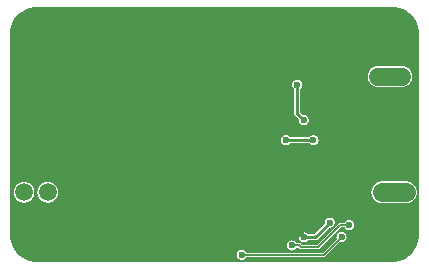
<source format=gbr>
%TF.GenerationSoftware,Altium Limited,Altium Designer,20.1.8 (145)*%
G04 Layer_Physical_Order=2*
G04 Layer_Color=16711680*
%FSLAX24Y24*%
%MOIN*%
%TF.SameCoordinates,72321C45-B03C-47D1-81AD-3863C6C0A768*%
%TF.FilePolarity,Positive*%
%TF.FileFunction,Copper,L2,Bot,Signal*%
%TF.Part,Single*%
G01*
G75*
%TA.AperFunction,Conductor*%
%ADD25C,0.0050*%
%ADD26C,0.0100*%
%ADD28C,0.0600*%
%ADD30C,0.0630*%
%TA.AperFunction,ViaPad*%
%ADD31O,0.1575X0.0945*%
%ADD32C,0.0984*%
%ADD33C,0.0236*%
%ADD34C,0.0256*%
%ADD35C,0.0591*%
G36*
X13059Y8546D02*
X13223Y8478D01*
X13372Y8379D01*
X13497Y8253D01*
X13596Y8105D01*
X13665Y7941D01*
X13699Y7766D01*
Y7677D01*
Y984D01*
Y895D01*
X13665Y721D01*
X13596Y556D01*
X13497Y408D01*
X13372Y282D01*
X13223Y183D01*
X13059Y115D01*
X12884Y80D01*
X895D01*
X721Y115D01*
X556Y183D01*
X408Y282D01*
X282Y408D01*
X183Y556D01*
X115Y721D01*
X80Y895D01*
Y984D01*
Y7677D01*
Y7766D01*
X115Y7941D01*
X183Y8105D01*
X282Y8253D01*
X408Y8379D01*
X556Y8478D01*
X721Y8546D01*
X895Y8581D01*
X12884D01*
X13059Y8546D01*
D02*
G37*
%LPC*%
G36*
X13133Y6600D02*
X12346D01*
X12330Y6600D01*
X12314Y6599D01*
X12298Y6597D01*
X12282Y6594D01*
X12266Y6591D01*
X12250Y6587D01*
X12235Y6582D01*
X12220Y6576D01*
X12205Y6570D01*
X12190Y6563D01*
X12176Y6556D01*
X12162Y6548D01*
X12148Y6539D01*
X12135Y6529D01*
X12122Y6519D01*
X12110Y6509D01*
X12099Y6498D01*
X12087Y6486D01*
X12077Y6474D01*
X12067Y6461D01*
X12057Y6448D01*
X12048Y6434D01*
X12040Y6420D01*
X12033Y6406D01*
X12026Y6391D01*
X12020Y6376D01*
X12014Y6361D01*
X12009Y6346D01*
X12005Y6330D01*
X12002Y6314D01*
X11999Y6298D01*
X11997Y6282D01*
X11996Y6266D01*
X11996Y6250D01*
X11996Y6234D01*
X11997Y6218D01*
X11999Y6202D01*
X12002Y6186D01*
X12005Y6170D01*
X12009Y6154D01*
X12014Y6139D01*
X12020Y6124D01*
X12026Y6109D01*
X12033Y6094D01*
X12040Y6080D01*
X12048Y6066D01*
X12057Y6052D01*
X12067Y6039D01*
X12077Y6026D01*
X12087Y6014D01*
X12099Y6002D01*
X12110Y5991D01*
X12122Y5981D01*
X12135Y5971D01*
X12148Y5961D01*
X12162Y5952D01*
X12176Y5944D01*
X12190Y5937D01*
X12205Y5930D01*
X12220Y5924D01*
X12235Y5918D01*
X12250Y5913D01*
X12266Y5909D01*
X12282Y5906D01*
X12298Y5903D01*
X12314Y5901D01*
X12330Y5900D01*
X12346Y5900D01*
X13133D01*
X13150Y5900D01*
X13166Y5901D01*
X13182Y5903D01*
X13198Y5906D01*
X13214Y5909D01*
X13229Y5913D01*
X13245Y5918D01*
X13260Y5924D01*
X13275Y5930D01*
X13290Y5937D01*
X13304Y5944D01*
X13318Y5952D01*
X13331Y5961D01*
X13344Y5971D01*
X13357Y5981D01*
X13369Y5991D01*
X13381Y6002D01*
X13392Y6014D01*
X13403Y6026D01*
X13413Y6039D01*
X13422Y6052D01*
X13431Y6066D01*
X13439Y6080D01*
X13447Y6094D01*
X13454Y6109D01*
X13460Y6124D01*
X13465Y6139D01*
X13470Y6154D01*
X13474Y6170D01*
X13478Y6186D01*
X13480Y6202D01*
X13482Y6218D01*
X13483Y6234D01*
X13484Y6250D01*
X13483Y6266D01*
X13482Y6282D01*
X13480Y6298D01*
X13478Y6314D01*
X13474Y6330D01*
X13470Y6346D01*
X13465Y6361D01*
X13460Y6376D01*
X13454Y6391D01*
X13447Y6406D01*
X13439Y6420D01*
X13431Y6434D01*
X13422Y6448D01*
X13413Y6461D01*
X13403Y6474D01*
X13392Y6486D01*
X13381Y6498D01*
X13369Y6509D01*
X13357Y6519D01*
X13344Y6529D01*
X13331Y6539D01*
X13318Y6548D01*
X13304Y6556D01*
X13290Y6563D01*
X13275Y6570D01*
X13260Y6576D01*
X13245Y6582D01*
X13229Y6587D01*
X13214Y6591D01*
X13198Y6594D01*
X13182Y6597D01*
X13166Y6599D01*
X13150Y6600D01*
X13133Y6600D01*
D02*
G37*
G36*
X9644Y6142D02*
X9633Y6141D01*
X9623Y6140D01*
X9612Y6138D01*
X9601Y6136D01*
X9590Y6133D01*
X9580Y6129D01*
X9570Y6124D01*
X9560Y6119D01*
X9551Y6113D01*
X9542Y6107D01*
X9534Y6100D01*
X9526Y6092D01*
X9518Y6084D01*
X9511Y6076D01*
X9505Y6067D01*
X9499Y6058D01*
X9494Y6048D01*
X9489Y6038D01*
X9485Y6027D01*
X9482Y6017D01*
X9480Y6006D01*
X9478Y5995D01*
X9477Y5984D01*
X9476Y5973D01*
X9477Y5962D01*
X9478Y5951D01*
X9480Y5941D01*
X9482Y5930D01*
X9485Y5919D01*
X9489Y5909D01*
X9494Y5899D01*
X9499Y5889D01*
X9505Y5880D01*
X9511Y5871D01*
X9518Y5863D01*
X9526Y5854D01*
X9534Y5847D01*
X9542Y5840D01*
X9544Y5838D01*
Y5014D01*
X9545Y5005D01*
X9546Y4996D01*
X9548Y4988D01*
X9549Y4984D01*
X9550Y4980D01*
X9551Y4977D01*
X9554Y4972D01*
X9556Y4968D01*
X9558Y4964D01*
X9562Y4956D01*
X9568Y4950D01*
X9574Y4943D01*
X9696Y4820D01*
X9696Y4818D01*
X9695Y4807D01*
X9695Y4796D01*
X9695Y4785D01*
X9696Y4774D01*
X9698Y4763D01*
X9700Y4752D01*
X9703Y4742D01*
X9707Y4731D01*
X9712Y4721D01*
X9717Y4712D01*
X9723Y4702D01*
X9729Y4693D01*
X9736Y4685D01*
X9744Y4677D01*
X9752Y4669D01*
X9760Y4662D01*
X9769Y4656D01*
X9779Y4650D01*
X9788Y4645D01*
X9798Y4640D01*
X9809Y4636D01*
X9819Y4633D01*
X9830Y4631D01*
X9841Y4629D01*
X9852Y4628D01*
X9863Y4627D01*
X9874Y4628D01*
X9885Y4629D01*
X9896Y4631D01*
X9906Y4633D01*
X9917Y4636D01*
X9927Y4640D01*
X9937Y4645D01*
X9947Y4650D01*
X9956Y4656D01*
X9965Y4662D01*
X9974Y4669D01*
X9982Y4677D01*
X9989Y4685D01*
X9996Y4693D01*
X10003Y4702D01*
X10008Y4712D01*
X10014Y4721D01*
X10018Y4731D01*
X10022Y4742D01*
X10025Y4752D01*
X10028Y4763D01*
X10029Y4774D01*
X10031Y4785D01*
X10031Y4796D01*
X10031Y4807D01*
X10029Y4818D01*
X10028Y4828D01*
X10025Y4839D01*
X10022Y4850D01*
X10018Y4860D01*
X10014Y4870D01*
X10008Y4880D01*
X10003Y4889D01*
X9996Y4898D01*
X9989Y4907D01*
X9982Y4915D01*
X9974Y4922D01*
X9965Y4929D01*
X9956Y4935D01*
X9947Y4941D01*
X9937Y4946D01*
X9927Y4951D01*
X9917Y4955D01*
X9906Y4958D01*
X9896Y4961D01*
X9885Y4962D01*
X9874Y4963D01*
X9863Y4964D01*
X9852Y4963D01*
X9841Y4962D01*
X9838Y4962D01*
X9745Y5055D01*
Y5838D01*
X9747Y5840D01*
X9755Y5847D01*
X9763Y5854D01*
X9771Y5863D01*
X9778Y5871D01*
X9784Y5880D01*
X9790Y5889D01*
X9795Y5899D01*
X9800Y5909D01*
X9804Y5919D01*
X9807Y5930D01*
X9809Y5941D01*
X9811Y5951D01*
X9812Y5962D01*
X9813Y5973D01*
X9812Y5984D01*
X9811Y5995D01*
X9809Y6006D01*
X9807Y6017D01*
X9804Y6027D01*
X9800Y6038D01*
X9795Y6048D01*
X9790Y6058D01*
X9784Y6067D01*
X9778Y6076D01*
X9771Y6084D01*
X9763Y6092D01*
X9755Y6100D01*
X9747Y6107D01*
X9738Y6113D01*
X9729Y6119D01*
X9719Y6124D01*
X9709Y6129D01*
X9699Y6133D01*
X9688Y6136D01*
X9677Y6138D01*
X9666Y6140D01*
X9655Y6141D01*
X9644Y6142D01*
D02*
G37*
G36*
X10189Y4295D02*
X10178Y4294D01*
X10167Y4293D01*
X10156Y4291D01*
X10146Y4289D01*
X10135Y4286D01*
X10125Y4282D01*
X10115Y4277D01*
X10105Y4272D01*
X10096Y4266D01*
X10087Y4260D01*
X10078Y4253D01*
X10070Y4245D01*
X10063Y4237D01*
X10056Y4229D01*
X10054Y4226D01*
X9407D01*
X9406Y4229D01*
X9399Y4237D01*
X9391Y4245D01*
X9383Y4253D01*
X9375Y4260D01*
X9366Y4266D01*
X9356Y4272D01*
X9347Y4277D01*
X9337Y4282D01*
X9326Y4286D01*
X9316Y4289D01*
X9305Y4291D01*
X9294Y4293D01*
X9283Y4294D01*
X9272Y4295D01*
X9261Y4294D01*
X9250Y4293D01*
X9239Y4291D01*
X9229Y4289D01*
X9218Y4286D01*
X9208Y4282D01*
X9198Y4277D01*
X9188Y4272D01*
X9179Y4266D01*
X9170Y4260D01*
X9161Y4253D01*
X9153Y4245D01*
X9146Y4237D01*
X9139Y4229D01*
X9132Y4220D01*
X9127Y4210D01*
X9121Y4201D01*
X9117Y4191D01*
X9113Y4180D01*
X9110Y4170D01*
X9107Y4159D01*
X9105Y4148D01*
X9104Y4137D01*
X9104Y4126D01*
X9104Y4115D01*
X9105Y4104D01*
X9107Y4094D01*
X9110Y4083D01*
X9113Y4072D01*
X9117Y4062D01*
X9121Y4052D01*
X9127Y4042D01*
X9132Y4033D01*
X9139Y4024D01*
X9146Y4015D01*
X9153Y4007D01*
X9161Y4000D01*
X9170Y3993D01*
X9179Y3986D01*
X9188Y3981D01*
X9198Y3975D01*
X9208Y3971D01*
X9218Y3967D01*
X9229Y3964D01*
X9239Y3961D01*
X9250Y3960D01*
X9261Y3958D01*
X9272Y3958D01*
X9283Y3958D01*
X9294Y3960D01*
X9305Y3961D01*
X9316Y3964D01*
X9326Y3967D01*
X9337Y3971D01*
X9347Y3975D01*
X9356Y3981D01*
X9366Y3986D01*
X9375Y3993D01*
X9383Y4000D01*
X9391Y4007D01*
X9399Y4015D01*
X9406Y4024D01*
X9407Y4026D01*
X10054D01*
X10056Y4024D01*
X10063Y4015D01*
X10070Y4007D01*
X10078Y4000D01*
X10087Y3993D01*
X10096Y3986D01*
X10105Y3981D01*
X10115Y3975D01*
X10125Y3971D01*
X10135Y3967D01*
X10146Y3964D01*
X10156Y3961D01*
X10167Y3960D01*
X10178Y3958D01*
X10189Y3958D01*
X10200Y3958D01*
X10211Y3960D01*
X10222Y3961D01*
X10233Y3964D01*
X10243Y3967D01*
X10253Y3971D01*
X10264Y3975D01*
X10273Y3981D01*
X10283Y3986D01*
X10292Y3993D01*
X10300Y4000D01*
X10308Y4007D01*
X10316Y4015D01*
X10323Y4024D01*
X10329Y4033D01*
X10335Y4042D01*
X10340Y4052D01*
X10345Y4062D01*
X10348Y4072D01*
X10352Y4083D01*
X10354Y4094D01*
X10356Y4104D01*
X10357Y4115D01*
X10357Y4126D01*
X10357Y4137D01*
X10356Y4148D01*
X10354Y4159D01*
X10352Y4170D01*
X10348Y4180D01*
X10345Y4191D01*
X10340Y4201D01*
X10335Y4210D01*
X10329Y4220D01*
X10323Y4229D01*
X10316Y4237D01*
X10308Y4245D01*
X10300Y4253D01*
X10292Y4260D01*
X10283Y4266D01*
X10273Y4272D01*
X10264Y4277D01*
X10253Y4282D01*
X10243Y4286D01*
X10233Y4289D01*
X10222Y4291D01*
X10211Y4293D01*
X10200Y4294D01*
X10189Y4295D01*
D02*
G37*
G36*
X1330Y2737D02*
X1314Y2737D01*
X1298Y2736D01*
X1282Y2734D01*
X1267Y2731D01*
X1251Y2728D01*
X1235Y2724D01*
X1220Y2719D01*
X1205Y2714D01*
X1190Y2708D01*
X1176Y2701D01*
X1162Y2693D01*
X1148Y2685D01*
X1135Y2677D01*
X1122Y2667D01*
X1109Y2657D01*
X1097Y2647D01*
X1086Y2636D01*
X1075Y2624D01*
X1064Y2612D01*
X1054Y2600D01*
X1045Y2587D01*
X1036Y2574D01*
X1028Y2560D01*
X1021Y2546D01*
X1014Y2531D01*
X1008Y2516D01*
X1002Y2501D01*
X998Y2486D01*
X994Y2471D01*
X990Y2455D01*
X988Y2439D01*
X986Y2424D01*
X985Y2408D01*
X985Y2392D01*
X985Y2376D01*
X986Y2360D01*
X988Y2344D01*
X990Y2328D01*
X994Y2313D01*
X998Y2297D01*
X1002Y2282D01*
X1008Y2267D01*
X1014Y2252D01*
X1021Y2238D01*
X1028Y2224D01*
X1036Y2210D01*
X1045Y2197D01*
X1054Y2184D01*
X1064Y2171D01*
X1075Y2159D01*
X1086Y2147D01*
X1097Y2136D01*
X1109Y2126D01*
X1122Y2116D01*
X1135Y2107D01*
X1148Y2098D01*
X1162Y2090D01*
X1176Y2083D01*
X1190Y2076D01*
X1205Y2070D01*
X1220Y2064D01*
X1235Y2060D01*
X1251Y2056D01*
X1267Y2052D01*
X1282Y2050D01*
X1298Y2048D01*
X1314Y2047D01*
X1330Y2046D01*
X1346Y2047D01*
X1362Y2048D01*
X1378Y2050D01*
X1393Y2052D01*
X1409Y2056D01*
X1424Y2060D01*
X1440Y2064D01*
X1455Y2070D01*
X1469Y2076D01*
X1484Y2083D01*
X1498Y2090D01*
X1512Y2098D01*
X1525Y2107D01*
X1538Y2116D01*
X1551Y2126D01*
X1563Y2136D01*
X1574Y2147D01*
X1585Y2159D01*
X1596Y2171D01*
X1606Y2184D01*
X1615Y2197D01*
X1624Y2210D01*
X1632Y2224D01*
X1639Y2238D01*
X1646Y2252D01*
X1652Y2267D01*
X1657Y2282D01*
X1662Y2297D01*
X1666Y2313D01*
X1669Y2328D01*
X1672Y2344D01*
X1674Y2360D01*
X1675Y2376D01*
X1675Y2392D01*
X1675Y2408D01*
X1674Y2424D01*
X1672Y2439D01*
X1669Y2455D01*
X1666Y2471D01*
X1662Y2486D01*
X1657Y2501D01*
X1652Y2516D01*
X1646Y2531D01*
X1639Y2546D01*
X1632Y2560D01*
X1624Y2574D01*
X1615Y2587D01*
X1606Y2600D01*
X1596Y2612D01*
X1585Y2624D01*
X1574Y2636D01*
X1563Y2647D01*
X1551Y2657D01*
X1538Y2667D01*
X1525Y2677D01*
X1512Y2685D01*
X1498Y2693D01*
X1484Y2701D01*
X1469Y2708D01*
X1455Y2714D01*
X1440Y2719D01*
X1424Y2724D01*
X1409Y2728D01*
X1393Y2731D01*
X1378Y2734D01*
X1362Y2736D01*
X1346Y2737D01*
X1330Y2737D01*
D02*
G37*
G36*
X543D02*
X527Y2737D01*
X511Y2736D01*
X495Y2734D01*
X479Y2731D01*
X463Y2728D01*
X448Y2724D01*
X433Y2719D01*
X418Y2714D01*
X403Y2708D01*
X389Y2701D01*
X375Y2693D01*
X361Y2685D01*
X347Y2677D01*
X334Y2667D01*
X322Y2657D01*
X310Y2647D01*
X298Y2636D01*
X287Y2624D01*
X277Y2612D01*
X267Y2600D01*
X258Y2587D01*
X249Y2574D01*
X241Y2560D01*
X233Y2546D01*
X227Y2531D01*
X221Y2516D01*
X215Y2501D01*
X210Y2486D01*
X206Y2471D01*
X203Y2455D01*
X201Y2439D01*
X199Y2424D01*
X198Y2408D01*
X197Y2392D01*
X198Y2376D01*
X199Y2360D01*
X201Y2344D01*
X203Y2328D01*
X206Y2313D01*
X210Y2297D01*
X215Y2282D01*
X221Y2267D01*
X227Y2252D01*
X233Y2238D01*
X241Y2224D01*
X249Y2210D01*
X258Y2197D01*
X267Y2184D01*
X277Y2171D01*
X287Y2159D01*
X298Y2147D01*
X310Y2136D01*
X322Y2126D01*
X334Y2116D01*
X347Y2107D01*
X361Y2098D01*
X375Y2090D01*
X389Y2083D01*
X403Y2076D01*
X418Y2070D01*
X433Y2064D01*
X448Y2060D01*
X463Y2056D01*
X479Y2052D01*
X495Y2050D01*
X511Y2048D01*
X527Y2047D01*
X543Y2046D01*
X559Y2047D01*
X574Y2048D01*
X590Y2050D01*
X606Y2052D01*
X622Y2056D01*
X637Y2060D01*
X652Y2064D01*
X667Y2070D01*
X682Y2076D01*
X697Y2083D01*
X711Y2090D01*
X724Y2098D01*
X738Y2107D01*
X751Y2116D01*
X763Y2126D01*
X775Y2136D01*
X787Y2147D01*
X798Y2159D01*
X808Y2171D01*
X818Y2184D01*
X827Y2197D01*
X836Y2210D01*
X844Y2224D01*
X852Y2238D01*
X859Y2252D01*
X865Y2267D01*
X870Y2282D01*
X875Y2297D01*
X879Y2313D01*
X882Y2328D01*
X885Y2344D01*
X886Y2360D01*
X888Y2376D01*
X888Y2392D01*
X888Y2408D01*
X886Y2424D01*
X885Y2439D01*
X882Y2455D01*
X879Y2471D01*
X875Y2486D01*
X870Y2501D01*
X865Y2516D01*
X859Y2531D01*
X852Y2546D01*
X844Y2560D01*
X836Y2574D01*
X827Y2587D01*
X818Y2600D01*
X808Y2612D01*
X798Y2624D01*
X787Y2636D01*
X775Y2647D01*
X763Y2657D01*
X751Y2667D01*
X738Y2677D01*
X724Y2685D01*
X711Y2693D01*
X697Y2701D01*
X682Y2708D01*
X667Y2714D01*
X652Y2719D01*
X637Y2724D01*
X622Y2728D01*
X606Y2731D01*
X590Y2734D01*
X574Y2736D01*
X559Y2737D01*
X543Y2737D01*
D02*
G37*
G36*
X13271Y2757D02*
X12484D01*
X12467Y2756D01*
X12450Y2755D01*
X12433Y2753D01*
X12417Y2751D01*
X12400Y2747D01*
X12384Y2743D01*
X12368Y2738D01*
X12352Y2732D01*
X12336Y2726D01*
X12321Y2718D01*
X12306Y2711D01*
X12292Y2702D01*
X12278Y2693D01*
X12264Y2683D01*
X12251Y2673D01*
X12238Y2661D01*
X12226Y2650D01*
X12214Y2638D01*
X12203Y2625D01*
X12193Y2612D01*
X12183Y2598D01*
X12173Y2584D01*
X12165Y2569D01*
X12157Y2554D01*
X12150Y2539D01*
X12143Y2524D01*
X12138Y2508D01*
X12133Y2492D01*
X12128Y2475D01*
X12125Y2459D01*
X12122Y2442D01*
X12120Y2425D01*
X12119Y2409D01*
X12119Y2392D01*
X12119Y2375D01*
X12120Y2358D01*
X12122Y2341D01*
X12125Y2325D01*
X12128Y2308D01*
X12133Y2292D01*
X12138Y2276D01*
X12143Y2260D01*
X12150Y2244D01*
X12157Y2229D01*
X12165Y2214D01*
X12173Y2200D01*
X12183Y2185D01*
X12193Y2172D01*
X12203Y2158D01*
X12214Y2146D01*
X12226Y2134D01*
X12238Y2122D01*
X12251Y2111D01*
X12264Y2100D01*
X12278Y2091D01*
X12292Y2081D01*
X12306Y2073D01*
X12321Y2065D01*
X12336Y2058D01*
X12352Y2051D01*
X12368Y2046D01*
X12384Y2041D01*
X12400Y2036D01*
X12417Y2033D01*
X12433Y2030D01*
X12450Y2028D01*
X12467Y2027D01*
X12484Y2027D01*
X13271D01*
X13288Y2027D01*
X13305Y2028D01*
X13322Y2030D01*
X13338Y2033D01*
X13355Y2036D01*
X13371Y2041D01*
X13387Y2046D01*
X13403Y2051D01*
X13419Y2058D01*
X13434Y2065D01*
X13449Y2073D01*
X13463Y2081D01*
X13478Y2091D01*
X13491Y2100D01*
X13504Y2111D01*
X13517Y2122D01*
X13529Y2134D01*
X13541Y2146D01*
X13552Y2158D01*
X13563Y2172D01*
X13572Y2185D01*
X13582Y2200D01*
X13590Y2214D01*
X13598Y2229D01*
X13605Y2244D01*
X13612Y2260D01*
X13617Y2276D01*
X13622Y2292D01*
X13627Y2308D01*
X13630Y2325D01*
X13633Y2341D01*
X13635Y2358D01*
X13636Y2375D01*
X13636Y2392D01*
X13636Y2409D01*
X13635Y2425D01*
X13633Y2442D01*
X13630Y2459D01*
X13627Y2475D01*
X13622Y2492D01*
X13617Y2508D01*
X13612Y2524D01*
X13605Y2539D01*
X13598Y2554D01*
X13590Y2569D01*
X13582Y2584D01*
X13572Y2598D01*
X13563Y2612D01*
X13552Y2625D01*
X13541Y2638D01*
X13529Y2650D01*
X13517Y2661D01*
X13504Y2673D01*
X13491Y2683D01*
X13478Y2693D01*
X13463Y2702D01*
X13449Y2711D01*
X13434Y2718D01*
X13419Y2726D01*
X13403Y2732D01*
X13387Y2738D01*
X13371Y2743D01*
X13355Y2747D01*
X13338Y2751D01*
X13322Y2753D01*
X13305Y2755D01*
X13288Y2756D01*
X13271Y2757D01*
D02*
G37*
G36*
X10730Y1547D02*
X10719Y1546D01*
X10708Y1545D01*
X10697Y1544D01*
X10686Y1541D01*
X10676Y1538D01*
X10665Y1534D01*
X10655Y1529D01*
X10646Y1524D01*
X10636Y1518D01*
X10627Y1512D01*
X10619Y1505D01*
X10611Y1498D01*
X10603Y1489D01*
X10596Y1481D01*
X10590Y1472D01*
X10584Y1463D01*
X10579Y1453D01*
X10574Y1443D01*
X10570Y1433D01*
X10567Y1422D01*
X10565Y1411D01*
X10563Y1401D01*
X10562Y1390D01*
X10561Y1379D01*
X10562Y1368D01*
X10563Y1357D01*
X10563Y1354D01*
X10196Y987D01*
X9998D01*
X9996Y989D01*
X9989Y997D01*
X9982Y1005D01*
X9974Y1013D01*
X9965Y1020D01*
X9956Y1026D01*
X9947Y1032D01*
X9937Y1037D01*
X9927Y1042D01*
X9917Y1046D01*
X9906Y1049D01*
X9896Y1051D01*
X9885Y1053D01*
X9874Y1054D01*
X9863Y1055D01*
X9863D01*
Y886D01*
X9695Y886D01*
X9695Y875D01*
X9696Y865D01*
X9698Y854D01*
X9700Y843D01*
X9703Y832D01*
X9707Y822D01*
X9712Y812D01*
X9717Y802D01*
X9723Y793D01*
X9729Y784D01*
X9736Y776D01*
X9744Y768D01*
X9752Y760D01*
X9760Y753D01*
X9769Y747D01*
X9779Y741D01*
X9788Y736D01*
X9798Y731D01*
X9809Y727D01*
X9819Y724D01*
X9830Y721D01*
X9841Y720D01*
X9852Y719D01*
X9863Y718D01*
X9874Y719D01*
X9885Y720D01*
X9896Y721D01*
X9906Y724D01*
X9917Y727D01*
X9927Y731D01*
X9937Y736D01*
X9947Y741D01*
X9956Y747D01*
X9965Y753D01*
X9974Y760D01*
X9982Y768D01*
X9989Y776D01*
X9996Y784D01*
X9998Y786D01*
X10238D01*
X10246Y787D01*
X10255Y788D01*
X10263Y790D01*
X10272Y792D01*
X10280Y796D01*
X10284Y798D01*
X10288Y800D01*
X10295Y804D01*
X10302Y810D01*
X10308Y816D01*
X10705Y1212D01*
X10708Y1212D01*
X10719Y1211D01*
X10730Y1210D01*
X10741Y1211D01*
X10752Y1212D01*
X10763Y1214D01*
X10773Y1216D01*
X10784Y1219D01*
X10794Y1223D01*
X10804Y1228D01*
X10814Y1233D01*
X10823Y1239D01*
X10832Y1245D01*
X10841Y1252D01*
X10849Y1260D01*
X10856Y1268D01*
X10863Y1276D01*
X10870Y1285D01*
X10875Y1294D01*
X10881Y1304D01*
X10885Y1314D01*
X10889Y1325D01*
X10892Y1335D01*
X10895Y1346D01*
X10896Y1357D01*
X10898Y1368D01*
X10898Y1379D01*
X10898Y1390D01*
X10896Y1401D01*
X10895Y1411D01*
X10892Y1422D01*
X10889Y1433D01*
X10885Y1443D01*
X10881Y1453D01*
X10875Y1463D01*
X10870Y1472D01*
X10863Y1481D01*
X10856Y1489D01*
X10849Y1498D01*
X10841Y1505D01*
X10832Y1512D01*
X10823Y1518D01*
X10814Y1524D01*
X10804Y1529D01*
X10794Y1534D01*
X10784Y1538D01*
X10773Y1541D01*
X10763Y1544D01*
X10752Y1545D01*
X10741Y1546D01*
X10730Y1547D01*
D02*
G37*
G36*
X11381Y1464D02*
X11370Y1463D01*
X11359Y1462D01*
X11348Y1460D01*
X11337Y1458D01*
X11327Y1455D01*
X11317Y1451D01*
X11307Y1446D01*
X11297Y1441D01*
X11287Y1435D01*
X11279Y1429D01*
X11270Y1422D01*
X11262Y1414D01*
X11254Y1406D01*
X11247Y1398D01*
X11241Y1389D01*
X11235Y1380D01*
X11230Y1371D01*
X11076D01*
X11068Y1370D01*
X11061Y1369D01*
X11054Y1367D01*
X11047Y1365D01*
X11040Y1362D01*
X11038Y1360D01*
X11034Y1358D01*
X11028Y1354D01*
X11023Y1349D01*
X11023Y1349D01*
X10315Y641D01*
X9805D01*
X9775Y671D01*
X9769Y676D01*
X9763Y681D01*
X9757Y684D01*
X9754Y686D01*
X9750Y687D01*
X9743Y690D01*
X9736Y692D01*
X9729Y693D01*
X9722Y693D01*
X9615D01*
X9610Y702D01*
X9604Y712D01*
X9598Y720D01*
X9591Y729D01*
X9583Y737D01*
X9575Y745D01*
X9567Y752D01*
X9558Y758D01*
X9549Y764D01*
X9539Y769D01*
X9529Y773D01*
X9519Y777D01*
X9508Y781D01*
X9497Y783D01*
X9487Y785D01*
X9476Y786D01*
X9465Y786D01*
X9454Y786D01*
X9443Y785D01*
X9432Y783D01*
X9421Y781D01*
X9410Y777D01*
X9400Y773D01*
X9390Y769D01*
X9380Y764D01*
X9371Y758D01*
X9362Y752D01*
X9354Y745D01*
X9346Y737D01*
X9338Y729D01*
X9331Y720D01*
X9325Y712D01*
X9319Y702D01*
X9314Y692D01*
X9309Y682D01*
X9305Y672D01*
X9302Y662D01*
X9300Y651D01*
X9298Y640D01*
X9297Y629D01*
X9296Y618D01*
X9297Y607D01*
X9298Y596D01*
X9300Y585D01*
X9302Y575D01*
X9305Y564D01*
X9309Y554D01*
X9314Y544D01*
X9319Y534D01*
X9325Y525D01*
X9331Y516D01*
X9338Y507D01*
X9346Y499D01*
X9354Y492D01*
X9362Y485D01*
X9371Y478D01*
X9380Y472D01*
X9390Y467D01*
X9400Y463D01*
X9410Y459D01*
X9421Y456D01*
X9432Y453D01*
X9443Y451D01*
X9454Y450D01*
X9465Y450D01*
X9476Y450D01*
X9487Y451D01*
X9497Y453D01*
X9508Y456D01*
X9519Y459D01*
X9529Y463D01*
X9539Y467D01*
X9549Y472D01*
X9558Y478D01*
X9567Y485D01*
X9575Y492D01*
X9583Y499D01*
X9591Y507D01*
X9598Y516D01*
X9604Y525D01*
X9610Y534D01*
X9615Y543D01*
X9691D01*
X9720Y513D01*
X9720Y513D01*
X9726Y508D01*
X9732Y504D01*
X9738Y500D01*
X9745Y497D01*
X9747Y496D01*
X9752Y494D01*
X9755Y493D01*
X9759Y493D01*
X9766Y491D01*
X9774Y491D01*
X9774Y491D01*
X10346D01*
X10354Y491D01*
X10361Y493D01*
X10368Y494D01*
X10375Y497D01*
X10378Y498D01*
X10382Y500D01*
X10388Y504D01*
X10394Y508D01*
X10399Y513D01*
X11107Y1220D01*
X11230D01*
X11235Y1211D01*
X11241Y1202D01*
X11247Y1193D01*
X11254Y1185D01*
X11262Y1177D01*
X11270Y1169D01*
X11279Y1162D01*
X11287Y1156D01*
X11297Y1150D01*
X11307Y1145D01*
X11317Y1140D01*
X11327Y1136D01*
X11337Y1133D01*
X11348Y1131D01*
X11359Y1129D01*
X11370Y1128D01*
X11381Y1127D01*
X11392Y1128D01*
X11403Y1129D01*
X11414Y1131D01*
X11424Y1133D01*
X11435Y1136D01*
X11445Y1140D01*
X11455Y1145D01*
X11465Y1150D01*
X11474Y1156D01*
X11483Y1162D01*
X11492Y1169D01*
X11500Y1177D01*
X11507Y1185D01*
X11514Y1193D01*
X11521Y1202D01*
X11527Y1211D01*
X11532Y1221D01*
X11536Y1231D01*
X11540Y1241D01*
X11543Y1252D01*
X11546Y1263D01*
X11548Y1274D01*
X11549Y1285D01*
X11549Y1296D01*
X11549Y1307D01*
X11548Y1317D01*
X11546Y1328D01*
X11543Y1339D01*
X11540Y1350D01*
X11536Y1360D01*
X11532Y1370D01*
X11527Y1380D01*
X11521Y1389D01*
X11514Y1398D01*
X11507Y1406D01*
X11500Y1414D01*
X11492Y1422D01*
X11483Y1429D01*
X11474Y1435D01*
X11465Y1441D01*
X11455Y1446D01*
X11445Y1451D01*
X11435Y1455D01*
X11424Y1458D01*
X11414Y1460D01*
X11403Y1462D01*
X11392Y1463D01*
X11381Y1464D01*
D02*
G37*
G36*
X11123Y1069D02*
X11112Y1069D01*
X11101Y1068D01*
X11090Y1066D01*
X11079Y1063D01*
X11069Y1060D01*
X11058Y1056D01*
X11048Y1052D01*
X11039Y1047D01*
X11029Y1041D01*
X11020Y1034D01*
X11012Y1027D01*
X11004Y1020D01*
X10996Y1012D01*
X10989Y1003D01*
X10983Y994D01*
X10977Y985D01*
X10972Y975D01*
X10967Y965D01*
X10963Y955D01*
X10960Y945D01*
X10958Y934D01*
X10956Y923D01*
X10955Y912D01*
X10954Y901D01*
X10955Y890D01*
X10956Y879D01*
X10958Y868D01*
X10960Y857D01*
X10963Y848D01*
X10497Y381D01*
X7947D01*
X7946Y384D01*
X7941Y394D01*
X7935Y403D01*
X7929Y412D01*
X7922Y420D01*
X7914Y428D01*
X7906Y436D01*
X7898Y443D01*
X7889Y449D01*
X7879Y455D01*
X7870Y460D01*
X7860Y465D01*
X7849Y469D01*
X7839Y472D01*
X7828Y475D01*
X7817Y476D01*
X7806Y477D01*
X7795Y478D01*
X7784Y477D01*
X7773Y476D01*
X7762Y475D01*
X7752Y472D01*
X7741Y469D01*
X7731Y465D01*
X7721Y460D01*
X7711Y455D01*
X7702Y449D01*
X7693Y443D01*
X7684Y436D01*
X7676Y428D01*
X7669Y420D01*
X7662Y412D01*
X7655Y403D01*
X7650Y394D01*
X7644Y384D01*
X7640Y374D01*
X7636Y364D01*
X7633Y353D01*
X7630Y342D01*
X7629Y332D01*
X7627Y321D01*
X7627Y310D01*
X7627Y299D01*
X7629Y288D01*
X7630Y277D01*
X7633Y266D01*
X7636Y255D01*
X7640Y245D01*
X7644Y235D01*
X7650Y225D01*
X7655Y216D01*
X7662Y207D01*
X7669Y199D01*
X7676Y191D01*
X7684Y183D01*
X7693Y176D01*
X7702Y170D01*
X7711Y164D01*
X7721Y159D01*
X7731Y154D01*
X7741Y150D01*
X7752Y147D01*
X7762Y145D01*
X7773Y143D01*
X7784Y142D01*
X7795Y141D01*
X7806Y142D01*
X7817Y143D01*
X7828Y145D01*
X7839Y147D01*
X7849Y150D01*
X7860Y154D01*
X7870Y159D01*
X7879Y164D01*
X7889Y170D01*
X7898Y176D01*
X7906Y183D01*
X7914Y191D01*
X7922Y199D01*
X7929Y207D01*
X7935Y216D01*
X7941Y225D01*
X7944Y231D01*
X10528D01*
X10535Y231D01*
X10542Y232D01*
X10549Y234D01*
X10556Y237D01*
X10560Y238D01*
X10563Y240D01*
X10569Y244D01*
X10575Y248D01*
X10581Y253D01*
X11069Y741D01*
X11079Y739D01*
X11090Y736D01*
X11101Y734D01*
X11112Y733D01*
X11123Y733D01*
X11134Y733D01*
X11145Y734D01*
X11155Y736D01*
X11166Y739D01*
X11177Y742D01*
X11187Y746D01*
X11197Y750D01*
X11207Y755D01*
X11216Y761D01*
X11225Y768D01*
X11234Y775D01*
X11242Y782D01*
X11249Y790D01*
X11256Y799D01*
X11262Y808D01*
X11268Y817D01*
X11273Y827D01*
X11278Y837D01*
X11282Y847D01*
X11285Y857D01*
X11288Y868D01*
X11289Y879D01*
X11290Y890D01*
X11291Y901D01*
X11290Y912D01*
X11289Y923D01*
X11288Y934D01*
X11285Y945D01*
X11282Y955D01*
X11278Y965D01*
X11273Y975D01*
X11268Y985D01*
X11262Y994D01*
X11256Y1003D01*
X11249Y1012D01*
X11242Y1020D01*
X11234Y1027D01*
X11225Y1034D01*
X11216Y1041D01*
X11207Y1047D01*
X11197Y1052D01*
X11187Y1056D01*
X11177Y1060D01*
X11166Y1063D01*
X11155Y1066D01*
X11145Y1068D01*
X11134Y1069D01*
X11123Y1069D01*
D02*
G37*
%LPD*%
D25*
X9465Y618D02*
X9722D01*
X9774Y566D01*
X10346D01*
X11076Y1296D01*
X10528Y306D02*
X11123Y901D01*
X7795Y310D02*
X7799Y306D01*
X10528D01*
X11076Y1296D02*
X11381D01*
D26*
X9863Y886D02*
X10238D01*
X9863Y4796D02*
Y4796D01*
X9644Y5014D02*
Y5973D01*
Y5014D02*
X9863Y4796D01*
X10238Y886D02*
X10730Y1379D01*
X9272Y4126D02*
X10189D01*
D28*
X12346Y6250D02*
X13133D01*
D30*
X12484Y2392D02*
X13271D01*
D31*
X12789Y3346D02*
D03*
Y5315D02*
D03*
X984Y3346D02*
D03*
Y5315D02*
D03*
D32*
X12789Y984D02*
D03*
Y7677D02*
D03*
X984Y984D02*
D03*
Y7677D02*
D03*
D33*
X7795Y310D02*
D03*
X9863Y886D02*
D03*
X9465Y618D02*
D03*
X11123Y901D02*
D03*
X11381Y1296D02*
D03*
X9714Y7978D02*
D03*
Y7668D02*
D03*
X10863Y7978D02*
D03*
Y7668D02*
D03*
X10730Y1379D02*
D03*
X9272Y4126D02*
D03*
X10394Y2416D02*
D03*
Y2022D02*
D03*
X7677Y4724D02*
D03*
X7681Y4421D02*
D03*
X10394Y2809D02*
D03*
X10189Y4126D02*
D03*
X9863Y4796D02*
D03*
X8819Y2022D02*
D03*
Y2809D02*
D03*
X9644Y5973D02*
D03*
X8483Y920D02*
D03*
X8218Y916D02*
D03*
X8819Y2416D02*
D03*
X984Y6274D02*
D03*
Y5978D02*
D03*
Y6569D02*
D03*
X1288D02*
D03*
Y5978D02*
D03*
Y6274D02*
D03*
X3150Y1575D02*
D03*
X2854D02*
D03*
X3445D02*
D03*
X3740D02*
D03*
X3744Y1271D02*
D03*
X3449D02*
D03*
X2858D02*
D03*
X3153D02*
D03*
X4331Y1575D02*
D03*
X4035D02*
D03*
X4626D02*
D03*
X4921D02*
D03*
X4925Y1271D02*
D03*
X4630D02*
D03*
X4039D02*
D03*
X4335D02*
D03*
X5512Y1575D02*
D03*
X5217D02*
D03*
X5807D02*
D03*
X6102D02*
D03*
X6106Y1271D02*
D03*
X5811D02*
D03*
X5220D02*
D03*
X5516D02*
D03*
X6693Y1575D02*
D03*
X6398D02*
D03*
X6988D02*
D03*
X7283D02*
D03*
X7287Y1271D02*
D03*
X6992D02*
D03*
X6402D02*
D03*
X6697D02*
D03*
X7972Y4724D02*
D03*
X8268D02*
D03*
X8563D02*
D03*
X8567Y4421D02*
D03*
X8272D02*
D03*
X7976D02*
D03*
X10480Y7668D02*
D03*
X10097D02*
D03*
X11246D02*
D03*
X11629D02*
D03*
Y7978D02*
D03*
X11246D02*
D03*
X10097D02*
D03*
X10480D02*
D03*
D34*
X9607Y2416D02*
D03*
X9213Y2022D02*
D03*
Y2416D02*
D03*
Y2809D02*
D03*
X9607D02*
D03*
X10001D02*
D03*
Y2416D02*
D03*
Y2022D02*
D03*
X9607D02*
D03*
D35*
X12484Y2392D02*
D03*
X12346Y6250D02*
D03*
X543Y2392D02*
D03*
X1330D02*
D03*
X13133Y6250D02*
D03*
X13271Y2392D02*
D03*
X8072Y3374D02*
D03*
Y2587D02*
D03*
%TF.MD5,0a4be2a72062a46ae14b7ffd8e452c2a*%
M02*

</source>
